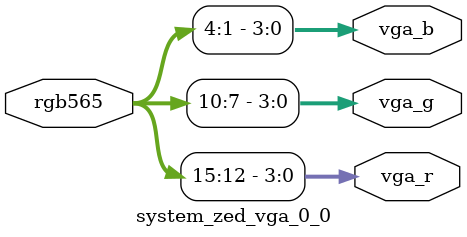
<source format=v>
module system_zed_vga_0_0
   (rgb565,
    vga_r,
    vga_g,
    vga_b);
  input [15:0]rgb565;
  output [3:0]vga_r;
  output [3:0]vga_g;
  output [3:0]vga_b;
  wire [15:0]rgb565;
  assign vga_b[3:0] = rgb565[4:1];
  assign vga_g[3:0] = rgb565[10:7];
  assign vga_r[3:0] = rgb565[15:12];
endmodule
</source>
